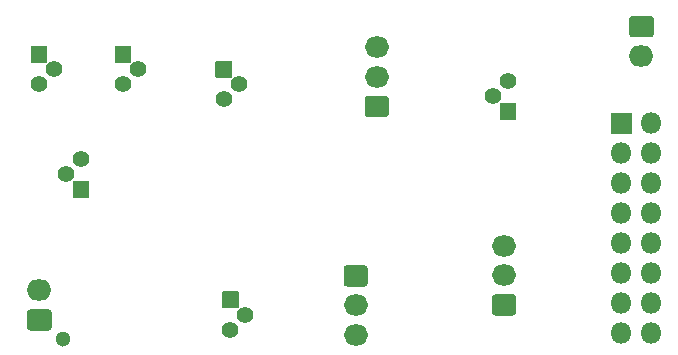
<source format=gbr>
G04 #@! TF.GenerationSoftware,KiCad,Pcbnew,5.1.9-73d0e3b20d~88~ubuntu20.04.1*
G04 #@! TF.CreationDate,2021-02-25T16:20:24+01:00*
G04 #@! TF.ProjectId,kick,6b69636b-2e6b-4696-9361-645f70636258,rev?*
G04 #@! TF.SameCoordinates,Original*
G04 #@! TF.FileFunction,Soldermask,Bot*
G04 #@! TF.FilePolarity,Negative*
%FSLAX46Y46*%
G04 Gerber Fmt 4.6, Leading zero omitted, Abs format (unit mm)*
G04 Created by KiCad (PCBNEW 5.1.9-73d0e3b20d~88~ubuntu20.04.1) date 2021-02-25 16:20:24*
%MOMM*%
%LPD*%
G01*
G04 APERTURE LIST*
%ADD10O,1.800000X1.800000*%
%ADD11O,2.100000X1.800000*%
%ADD12C,1.300000*%
%ADD13C,1.400000*%
%ADD14O,2.050000X1.800000*%
G04 APERTURE END LIST*
G36*
G01*
X160644000Y-97878000D02*
X160644000Y-96178000D01*
G75*
G02*
X160694000Y-96128000I50000J0D01*
G01*
X162394000Y-96128000D01*
G75*
G02*
X162444000Y-96178000I0J-50000D01*
G01*
X162444000Y-97878000D01*
G75*
G02*
X162394000Y-97928000I-50000J0D01*
G01*
X160694000Y-97928000D01*
G75*
G02*
X160644000Y-97878000I0J50000D01*
G01*
G37*
D10*
X164084000Y-97028000D03*
X161544000Y-99568000D03*
X164084000Y-99568000D03*
X161544000Y-102108000D03*
X164084000Y-102108000D03*
X161544000Y-104648000D03*
X164084000Y-104648000D03*
X161544000Y-107188000D03*
X164084000Y-107188000D03*
X161544000Y-109728000D03*
X164084000Y-109728000D03*
X161544000Y-112268000D03*
X164084000Y-112268000D03*
X161544000Y-114808000D03*
X164084000Y-114808000D03*
G36*
G01*
X113053295Y-114565000D02*
X111482705Y-114565000D01*
G75*
G02*
X111218000Y-114300295I0J264705D01*
G01*
X111218000Y-113029705D01*
G75*
G02*
X111482705Y-112765000I264705J0D01*
G01*
X113053295Y-112765000D01*
G75*
G02*
X113318000Y-113029705I0J-264705D01*
G01*
X113318000Y-114300295D01*
G75*
G02*
X113053295Y-114565000I-264705J0D01*
G01*
G37*
D11*
X112268000Y-111165000D03*
D12*
X114268000Y-115265000D03*
G36*
G01*
X162473205Y-87936500D02*
X164043795Y-87936500D01*
G75*
G02*
X164308500Y-88201205I0J-264705D01*
G01*
X164308500Y-89471795D01*
G75*
G02*
X164043795Y-89736500I-264705J0D01*
G01*
X162473205Y-89736500D01*
G75*
G02*
X162208500Y-89471795I0J264705D01*
G01*
X162208500Y-88201205D01*
G75*
G02*
X162473205Y-87936500I264705J0D01*
G01*
G37*
D11*
X163258500Y-91336500D03*
G36*
G01*
X127760500Y-112600500D02*
X127760500Y-111300500D01*
G75*
G02*
X127810500Y-111250500I50000J0D01*
G01*
X129110500Y-111250500D01*
G75*
G02*
X129160500Y-111300500I0J-50000D01*
G01*
X129160500Y-112600500D01*
G75*
G02*
X129110500Y-112650500I-50000J0D01*
G01*
X127810500Y-112650500D01*
G75*
G02*
X127760500Y-112600500I0J50000D01*
G01*
G37*
D13*
X128460500Y-114490500D03*
X129730500Y-113220500D03*
G36*
G01*
X111568000Y-91836000D02*
X111568000Y-90536000D01*
G75*
G02*
X111618000Y-90486000I50000J0D01*
G01*
X112918000Y-90486000D01*
G75*
G02*
X112968000Y-90536000I0J-50000D01*
G01*
X112968000Y-91836000D01*
G75*
G02*
X112918000Y-91886000I-50000J0D01*
G01*
X111618000Y-91886000D01*
G75*
G02*
X111568000Y-91836000I0J50000D01*
G01*
G37*
X112268000Y-93726000D03*
X113538000Y-92456000D03*
X114554000Y-101346000D03*
X115824000Y-100076000D03*
G36*
G01*
X116524000Y-101966000D02*
X116524000Y-103266000D01*
G75*
G02*
X116474000Y-103316000I-50000J0D01*
G01*
X115174000Y-103316000D01*
G75*
G02*
X115124000Y-103266000I0J50000D01*
G01*
X115124000Y-101966000D01*
G75*
G02*
X115174000Y-101916000I50000J0D01*
G01*
X116474000Y-101916000D01*
G75*
G02*
X116524000Y-101966000I0J-50000D01*
G01*
G37*
X120650000Y-92456000D03*
X119380000Y-93726000D03*
G36*
G01*
X118680000Y-91836000D02*
X118680000Y-90536000D01*
G75*
G02*
X118730000Y-90486000I50000J0D01*
G01*
X120030000Y-90486000D01*
G75*
G02*
X120080000Y-90536000I0J-50000D01*
G01*
X120080000Y-91836000D01*
G75*
G02*
X120030000Y-91886000I-50000J0D01*
G01*
X118730000Y-91886000D01*
G75*
G02*
X118680000Y-91836000I0J50000D01*
G01*
G37*
G36*
G01*
X127189000Y-93106000D02*
X127189000Y-91806000D01*
G75*
G02*
X127239000Y-91756000I50000J0D01*
G01*
X128539000Y-91756000D01*
G75*
G02*
X128589000Y-91806000I0J-50000D01*
G01*
X128589000Y-93106000D01*
G75*
G02*
X128539000Y-93156000I-50000J0D01*
G01*
X127239000Y-93156000D01*
G75*
G02*
X127189000Y-93106000I0J50000D01*
G01*
G37*
X127889000Y-94996000D03*
X129159000Y-93726000D03*
X150685500Y-94742000D03*
X151955500Y-93472000D03*
G36*
G01*
X152655500Y-95362000D02*
X152655500Y-96662000D01*
G75*
G02*
X152605500Y-96712000I-50000J0D01*
G01*
X151305500Y-96712000D01*
G75*
G02*
X151255500Y-96662000I0J50000D01*
G01*
X151255500Y-95362000D01*
G75*
G02*
X151305500Y-95312000I50000J0D01*
G01*
X152605500Y-95312000D01*
G75*
G02*
X152655500Y-95362000I0J-50000D01*
G01*
G37*
G36*
G01*
X138304705Y-109035000D02*
X139825295Y-109035000D01*
G75*
G02*
X140090000Y-109299705I0J-264705D01*
G01*
X140090000Y-110570295D01*
G75*
G02*
X139825295Y-110835000I-264705J0D01*
G01*
X138304705Y-110835000D01*
G75*
G02*
X138040000Y-110570295I0J264705D01*
G01*
X138040000Y-109299705D01*
G75*
G02*
X138304705Y-109035000I264705J0D01*
G01*
G37*
D14*
X139065000Y-112435000D03*
X139065000Y-114935000D03*
X151638000Y-107395000D03*
X151638000Y-109895000D03*
G36*
G01*
X152398295Y-113295000D02*
X150877705Y-113295000D01*
G75*
G02*
X150613000Y-113030295I0J264705D01*
G01*
X150613000Y-111759705D01*
G75*
G02*
X150877705Y-111495000I264705J0D01*
G01*
X152398295Y-111495000D01*
G75*
G02*
X152663000Y-111759705I0J-264705D01*
G01*
X152663000Y-113030295D01*
G75*
G02*
X152398295Y-113295000I-264705J0D01*
G01*
G37*
G36*
G01*
X141603295Y-96491000D02*
X140082705Y-96491000D01*
G75*
G02*
X139818000Y-96226295I0J264705D01*
G01*
X139818000Y-94955705D01*
G75*
G02*
X140082705Y-94691000I264705J0D01*
G01*
X141603295Y-94691000D01*
G75*
G02*
X141868000Y-94955705I0J-264705D01*
G01*
X141868000Y-96226295D01*
G75*
G02*
X141603295Y-96491000I-264705J0D01*
G01*
G37*
X140843000Y-93091000D03*
X140843000Y-90591000D03*
M02*

</source>
